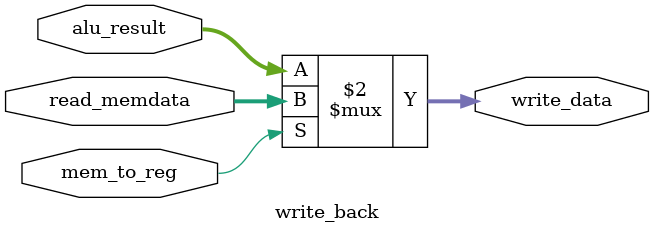
<source format=v>
module write_back(
    input [31:0] alu_result, read_memdata,
    input mem_to_reg,
    output reg [31:0] write_data
);

always @(*) begin
  write_data = (mem_to_reg) ? read_memdata : alu_result;
end

endmodule
</source>
